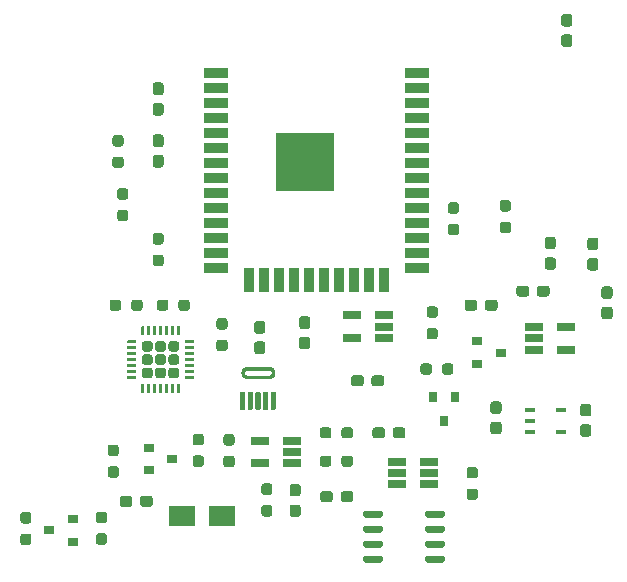
<source format=gbr>
%TF.GenerationSoftware,KiCad,Pcbnew,(5.1.10)-1*%
%TF.CreationDate,2022-02-13T15:16:36-05:00*%
%TF.ProjectId,wristband,77726973-7462-4616-9e64-2e6b69636164,rev?*%
%TF.SameCoordinates,Original*%
%TF.FileFunction,Paste,Top*%
%TF.FilePolarity,Positive*%
%FSLAX46Y46*%
G04 Gerber Fmt 4.6, Leading zero omitted, Abs format (unit mm)*
G04 Created by KiCad (PCBNEW (5.1.10)-1) date 2022-02-13 15:16:36*
%MOMM*%
%LPD*%
G01*
G04 APERTURE LIST*
%ADD10C,0.001000*%
%ADD11R,2.184400X1.651000*%
%ADD12R,0.800000X0.900000*%
%ADD13R,0.900000X0.800000*%
%ADD14R,5.000000X5.000000*%
%ADD15R,2.000000X0.900000*%
%ADD16R,0.900000X2.000000*%
%ADD17R,1.560000X0.650000*%
%ADD18R,0.914400X0.431800*%
G04 APERTURE END LIST*
D10*
%TO.C,P1*%
G36*
X105650000Y-98900000D02*
G01*
X105450000Y-98900000D01*
X105451000Y-98876000D01*
X105452000Y-98853000D01*
X105456000Y-98830000D01*
X105460000Y-98806000D01*
X105465000Y-98784000D01*
X105472000Y-98761000D01*
X105480000Y-98739000D01*
X105489000Y-98717000D01*
X105499000Y-98696000D01*
X105510000Y-98675000D01*
X105523000Y-98655000D01*
X105536000Y-98635000D01*
X105550000Y-98617000D01*
X105566000Y-98599000D01*
X105582000Y-98582000D01*
X105599000Y-98566000D01*
X105617000Y-98550000D01*
X105635000Y-98536000D01*
X105655000Y-98523000D01*
X105675000Y-98510000D01*
X105696000Y-98499000D01*
X105717000Y-98489000D01*
X105739000Y-98480000D01*
X105761000Y-98472000D01*
X105784000Y-98465000D01*
X105806000Y-98460000D01*
X105830000Y-98456000D01*
X105853000Y-98452000D01*
X105876000Y-98451000D01*
X105900000Y-98450000D01*
X107800000Y-98450000D01*
X107824000Y-98451000D01*
X107847000Y-98452000D01*
X107870000Y-98456000D01*
X107894000Y-98460000D01*
X107916000Y-98465000D01*
X107939000Y-98472000D01*
X107961000Y-98480000D01*
X107983000Y-98489000D01*
X108004000Y-98499000D01*
X108025000Y-98510000D01*
X108045000Y-98523000D01*
X108065000Y-98536000D01*
X108083000Y-98550000D01*
X108101000Y-98566000D01*
X108118000Y-98582000D01*
X108134000Y-98599000D01*
X108150000Y-98617000D01*
X108164000Y-98635000D01*
X108177000Y-98655000D01*
X108190000Y-98675000D01*
X108201000Y-98696000D01*
X108211000Y-98717000D01*
X108220000Y-98739000D01*
X108228000Y-98761000D01*
X108235000Y-98784000D01*
X108240000Y-98806000D01*
X108244000Y-98830000D01*
X108248000Y-98853000D01*
X108249000Y-98876000D01*
X108250000Y-98900000D01*
X108050000Y-98900000D01*
X108050000Y-98887000D01*
X108049000Y-98874000D01*
X108047000Y-98861000D01*
X108045000Y-98848000D01*
X108041000Y-98835000D01*
X108038000Y-98823000D01*
X108033000Y-98810000D01*
X108028000Y-98798000D01*
X108023000Y-98787000D01*
X108017000Y-98775000D01*
X108010000Y-98764000D01*
X108002000Y-98753000D01*
X107994000Y-98743000D01*
X107986000Y-98733000D01*
X107977000Y-98723000D01*
X107967000Y-98714000D01*
X107957000Y-98706000D01*
X107947000Y-98698000D01*
X107936000Y-98690000D01*
X107925000Y-98683000D01*
X107913000Y-98677000D01*
X107902000Y-98672000D01*
X107890000Y-98667000D01*
X107877000Y-98662000D01*
X107865000Y-98659000D01*
X107852000Y-98655000D01*
X107839000Y-98653000D01*
X107826000Y-98651000D01*
X107813000Y-98650000D01*
X107800000Y-98650000D01*
X105900000Y-98650000D01*
X105887000Y-98650000D01*
X105874000Y-98651000D01*
X105861000Y-98653000D01*
X105848000Y-98655000D01*
X105835000Y-98659000D01*
X105823000Y-98662000D01*
X105810000Y-98667000D01*
X105798000Y-98672000D01*
X105787000Y-98677000D01*
X105775000Y-98683000D01*
X105764000Y-98690000D01*
X105753000Y-98698000D01*
X105743000Y-98706000D01*
X105733000Y-98714000D01*
X105723000Y-98723000D01*
X105714000Y-98733000D01*
X105706000Y-98743000D01*
X105698000Y-98753000D01*
X105690000Y-98764000D01*
X105683000Y-98775000D01*
X105677000Y-98787000D01*
X105672000Y-98798000D01*
X105667000Y-98810000D01*
X105662000Y-98823000D01*
X105659000Y-98835000D01*
X105655000Y-98848000D01*
X105653000Y-98861000D01*
X105651000Y-98874000D01*
X105650000Y-98887000D01*
X105650000Y-98900000D01*
G37*
X105650000Y-98900000D02*
X105450000Y-98900000D01*
X105451000Y-98876000D01*
X105452000Y-98853000D01*
X105456000Y-98830000D01*
X105460000Y-98806000D01*
X105465000Y-98784000D01*
X105472000Y-98761000D01*
X105480000Y-98739000D01*
X105489000Y-98717000D01*
X105499000Y-98696000D01*
X105510000Y-98675000D01*
X105523000Y-98655000D01*
X105536000Y-98635000D01*
X105550000Y-98617000D01*
X105566000Y-98599000D01*
X105582000Y-98582000D01*
X105599000Y-98566000D01*
X105617000Y-98550000D01*
X105635000Y-98536000D01*
X105655000Y-98523000D01*
X105675000Y-98510000D01*
X105696000Y-98499000D01*
X105717000Y-98489000D01*
X105739000Y-98480000D01*
X105761000Y-98472000D01*
X105784000Y-98465000D01*
X105806000Y-98460000D01*
X105830000Y-98456000D01*
X105853000Y-98452000D01*
X105876000Y-98451000D01*
X105900000Y-98450000D01*
X107800000Y-98450000D01*
X107824000Y-98451000D01*
X107847000Y-98452000D01*
X107870000Y-98456000D01*
X107894000Y-98460000D01*
X107916000Y-98465000D01*
X107939000Y-98472000D01*
X107961000Y-98480000D01*
X107983000Y-98489000D01*
X108004000Y-98499000D01*
X108025000Y-98510000D01*
X108045000Y-98523000D01*
X108065000Y-98536000D01*
X108083000Y-98550000D01*
X108101000Y-98566000D01*
X108118000Y-98582000D01*
X108134000Y-98599000D01*
X108150000Y-98617000D01*
X108164000Y-98635000D01*
X108177000Y-98655000D01*
X108190000Y-98675000D01*
X108201000Y-98696000D01*
X108211000Y-98717000D01*
X108220000Y-98739000D01*
X108228000Y-98761000D01*
X108235000Y-98784000D01*
X108240000Y-98806000D01*
X108244000Y-98830000D01*
X108248000Y-98853000D01*
X108249000Y-98876000D01*
X108250000Y-98900000D01*
X108050000Y-98900000D01*
X108050000Y-98887000D01*
X108049000Y-98874000D01*
X108047000Y-98861000D01*
X108045000Y-98848000D01*
X108041000Y-98835000D01*
X108038000Y-98823000D01*
X108033000Y-98810000D01*
X108028000Y-98798000D01*
X108023000Y-98787000D01*
X108017000Y-98775000D01*
X108010000Y-98764000D01*
X108002000Y-98753000D01*
X107994000Y-98743000D01*
X107986000Y-98733000D01*
X107977000Y-98723000D01*
X107967000Y-98714000D01*
X107957000Y-98706000D01*
X107947000Y-98698000D01*
X107936000Y-98690000D01*
X107925000Y-98683000D01*
X107913000Y-98677000D01*
X107902000Y-98672000D01*
X107890000Y-98667000D01*
X107877000Y-98662000D01*
X107865000Y-98659000D01*
X107852000Y-98655000D01*
X107839000Y-98653000D01*
X107826000Y-98651000D01*
X107813000Y-98650000D01*
X107800000Y-98650000D01*
X105900000Y-98650000D01*
X105887000Y-98650000D01*
X105874000Y-98651000D01*
X105861000Y-98653000D01*
X105848000Y-98655000D01*
X105835000Y-98659000D01*
X105823000Y-98662000D01*
X105810000Y-98667000D01*
X105798000Y-98672000D01*
X105787000Y-98677000D01*
X105775000Y-98683000D01*
X105764000Y-98690000D01*
X105753000Y-98698000D01*
X105743000Y-98706000D01*
X105733000Y-98714000D01*
X105723000Y-98723000D01*
X105714000Y-98733000D01*
X105706000Y-98743000D01*
X105698000Y-98753000D01*
X105690000Y-98764000D01*
X105683000Y-98775000D01*
X105677000Y-98787000D01*
X105672000Y-98798000D01*
X105667000Y-98810000D01*
X105662000Y-98823000D01*
X105659000Y-98835000D01*
X105655000Y-98848000D01*
X105653000Y-98861000D01*
X105651000Y-98874000D01*
X105650000Y-98887000D01*
X105650000Y-98900000D01*
G36*
X108050000Y-98900000D02*
G01*
X108250000Y-98900000D01*
X108249000Y-98924000D01*
X108248000Y-98947000D01*
X108244000Y-98970000D01*
X108240000Y-98994000D01*
X108235000Y-99016000D01*
X108228000Y-99039000D01*
X108220000Y-99061000D01*
X108211000Y-99083000D01*
X108201000Y-99104000D01*
X108190000Y-99125000D01*
X108177000Y-99145000D01*
X108164000Y-99165000D01*
X108150000Y-99183000D01*
X108134000Y-99201000D01*
X108118000Y-99218000D01*
X108101000Y-99234000D01*
X108083000Y-99250000D01*
X108065000Y-99264000D01*
X108045000Y-99277000D01*
X108025000Y-99290000D01*
X108004000Y-99301000D01*
X107983000Y-99311000D01*
X107961000Y-99320000D01*
X107939000Y-99328000D01*
X107916000Y-99335000D01*
X107894000Y-99340000D01*
X107870000Y-99344000D01*
X107847000Y-99348000D01*
X107824000Y-99349000D01*
X107800000Y-99350000D01*
X105900000Y-99350000D01*
X105876000Y-99349000D01*
X105853000Y-99348000D01*
X105830000Y-99344000D01*
X105806000Y-99340000D01*
X105784000Y-99335000D01*
X105761000Y-99328000D01*
X105739000Y-99320000D01*
X105717000Y-99311000D01*
X105696000Y-99301000D01*
X105675000Y-99290000D01*
X105655000Y-99277000D01*
X105635000Y-99264000D01*
X105617000Y-99250000D01*
X105599000Y-99234000D01*
X105582000Y-99218000D01*
X105566000Y-99201000D01*
X105550000Y-99183000D01*
X105536000Y-99165000D01*
X105523000Y-99145000D01*
X105510000Y-99125000D01*
X105499000Y-99104000D01*
X105489000Y-99083000D01*
X105480000Y-99061000D01*
X105472000Y-99039000D01*
X105465000Y-99016000D01*
X105460000Y-98994000D01*
X105456000Y-98970000D01*
X105452000Y-98947000D01*
X105451000Y-98924000D01*
X105450000Y-98900000D01*
X105650000Y-98900000D01*
X105650000Y-98913000D01*
X105651000Y-98926000D01*
X105653000Y-98939000D01*
X105655000Y-98952000D01*
X105659000Y-98965000D01*
X105662000Y-98977000D01*
X105667000Y-98990000D01*
X105672000Y-99002000D01*
X105677000Y-99013000D01*
X105683000Y-99025000D01*
X105690000Y-99036000D01*
X105698000Y-99047000D01*
X105706000Y-99057000D01*
X105714000Y-99067000D01*
X105723000Y-99077000D01*
X105733000Y-99086000D01*
X105743000Y-99094000D01*
X105753000Y-99102000D01*
X105764000Y-99110000D01*
X105775000Y-99117000D01*
X105787000Y-99123000D01*
X105798000Y-99128000D01*
X105810000Y-99133000D01*
X105823000Y-99138000D01*
X105835000Y-99141000D01*
X105848000Y-99145000D01*
X105861000Y-99147000D01*
X105874000Y-99149000D01*
X105887000Y-99150000D01*
X105900000Y-99150000D01*
X107800000Y-99150000D01*
X107813000Y-99150000D01*
X107826000Y-99149000D01*
X107839000Y-99147000D01*
X107852000Y-99145000D01*
X107865000Y-99141000D01*
X107877000Y-99138000D01*
X107890000Y-99133000D01*
X107902000Y-99128000D01*
X107913000Y-99123000D01*
X107925000Y-99117000D01*
X107936000Y-99110000D01*
X107947000Y-99102000D01*
X107957000Y-99094000D01*
X107967000Y-99086000D01*
X107977000Y-99077000D01*
X107986000Y-99067000D01*
X107994000Y-99057000D01*
X108002000Y-99047000D01*
X108010000Y-99036000D01*
X108017000Y-99025000D01*
X108023000Y-99013000D01*
X108028000Y-99002000D01*
X108033000Y-98990000D01*
X108038000Y-98977000D01*
X108041000Y-98965000D01*
X108045000Y-98952000D01*
X108047000Y-98939000D01*
X108049000Y-98926000D01*
X108050000Y-98913000D01*
X108050000Y-98900000D01*
G37*
X108050000Y-98900000D02*
X108250000Y-98900000D01*
X108249000Y-98924000D01*
X108248000Y-98947000D01*
X108244000Y-98970000D01*
X108240000Y-98994000D01*
X108235000Y-99016000D01*
X108228000Y-99039000D01*
X108220000Y-99061000D01*
X108211000Y-99083000D01*
X108201000Y-99104000D01*
X108190000Y-99125000D01*
X108177000Y-99145000D01*
X108164000Y-99165000D01*
X108150000Y-99183000D01*
X108134000Y-99201000D01*
X108118000Y-99218000D01*
X108101000Y-99234000D01*
X108083000Y-99250000D01*
X108065000Y-99264000D01*
X108045000Y-99277000D01*
X108025000Y-99290000D01*
X108004000Y-99301000D01*
X107983000Y-99311000D01*
X107961000Y-99320000D01*
X107939000Y-99328000D01*
X107916000Y-99335000D01*
X107894000Y-99340000D01*
X107870000Y-99344000D01*
X107847000Y-99348000D01*
X107824000Y-99349000D01*
X107800000Y-99350000D01*
X105900000Y-99350000D01*
X105876000Y-99349000D01*
X105853000Y-99348000D01*
X105830000Y-99344000D01*
X105806000Y-99340000D01*
X105784000Y-99335000D01*
X105761000Y-99328000D01*
X105739000Y-99320000D01*
X105717000Y-99311000D01*
X105696000Y-99301000D01*
X105675000Y-99290000D01*
X105655000Y-99277000D01*
X105635000Y-99264000D01*
X105617000Y-99250000D01*
X105599000Y-99234000D01*
X105582000Y-99218000D01*
X105566000Y-99201000D01*
X105550000Y-99183000D01*
X105536000Y-99165000D01*
X105523000Y-99145000D01*
X105510000Y-99125000D01*
X105499000Y-99104000D01*
X105489000Y-99083000D01*
X105480000Y-99061000D01*
X105472000Y-99039000D01*
X105465000Y-99016000D01*
X105460000Y-98994000D01*
X105456000Y-98970000D01*
X105452000Y-98947000D01*
X105451000Y-98924000D01*
X105450000Y-98900000D01*
X105650000Y-98900000D01*
X105650000Y-98913000D01*
X105651000Y-98926000D01*
X105653000Y-98939000D01*
X105655000Y-98952000D01*
X105659000Y-98965000D01*
X105662000Y-98977000D01*
X105667000Y-98990000D01*
X105672000Y-99002000D01*
X105677000Y-99013000D01*
X105683000Y-99025000D01*
X105690000Y-99036000D01*
X105698000Y-99047000D01*
X105706000Y-99057000D01*
X105714000Y-99067000D01*
X105723000Y-99077000D01*
X105733000Y-99086000D01*
X105743000Y-99094000D01*
X105753000Y-99102000D01*
X105764000Y-99110000D01*
X105775000Y-99117000D01*
X105787000Y-99123000D01*
X105798000Y-99128000D01*
X105810000Y-99133000D01*
X105823000Y-99138000D01*
X105835000Y-99141000D01*
X105848000Y-99145000D01*
X105861000Y-99147000D01*
X105874000Y-99149000D01*
X105887000Y-99150000D01*
X105900000Y-99150000D01*
X107800000Y-99150000D01*
X107813000Y-99150000D01*
X107826000Y-99149000D01*
X107839000Y-99147000D01*
X107852000Y-99145000D01*
X107865000Y-99141000D01*
X107877000Y-99138000D01*
X107890000Y-99133000D01*
X107902000Y-99128000D01*
X107913000Y-99123000D01*
X107925000Y-99117000D01*
X107936000Y-99110000D01*
X107947000Y-99102000D01*
X107957000Y-99094000D01*
X107967000Y-99086000D01*
X107977000Y-99077000D01*
X107986000Y-99067000D01*
X107994000Y-99057000D01*
X108002000Y-99047000D01*
X108010000Y-99036000D01*
X108017000Y-99025000D01*
X108023000Y-99013000D01*
X108028000Y-99002000D01*
X108033000Y-98990000D01*
X108038000Y-98977000D01*
X108041000Y-98965000D01*
X108045000Y-98952000D01*
X108047000Y-98939000D01*
X108049000Y-98926000D01*
X108050000Y-98913000D01*
X108050000Y-98900000D01*
%TD*%
%TO.C,P1*%
G36*
G01*
X107925000Y-101982500D02*
X107925000Y-100617500D01*
G75*
G02*
X107992500Y-100550000I67500J0D01*
G01*
X108307500Y-100550000D01*
G75*
G02*
X108375000Y-100617500I0J-67500D01*
G01*
X108375000Y-101982500D01*
G75*
G02*
X108307500Y-102050000I-67500J0D01*
G01*
X107992500Y-102050000D01*
G75*
G02*
X107925000Y-101982500I0J67500D01*
G01*
G37*
G36*
G01*
X107275000Y-101982500D02*
X107275000Y-100617500D01*
G75*
G02*
X107342500Y-100550000I67500J0D01*
G01*
X107657500Y-100550000D01*
G75*
G02*
X107725000Y-100617500I0J-67500D01*
G01*
X107725000Y-101982500D01*
G75*
G02*
X107657500Y-102050000I-67500J0D01*
G01*
X107342500Y-102050000D01*
G75*
G02*
X107275000Y-101982500I0J67500D01*
G01*
G37*
G36*
G01*
X106625000Y-101982500D02*
X106625000Y-100617500D01*
G75*
G02*
X106692500Y-100550000I67500J0D01*
G01*
X107007500Y-100550000D01*
G75*
G02*
X107075000Y-100617500I0J-67500D01*
G01*
X107075000Y-101982500D01*
G75*
G02*
X107007500Y-102050000I-67500J0D01*
G01*
X106692500Y-102050000D01*
G75*
G02*
X106625000Y-101982500I0J67500D01*
G01*
G37*
G36*
G01*
X105975000Y-101982500D02*
X105975000Y-100617500D01*
G75*
G02*
X106042500Y-100550000I67500J0D01*
G01*
X106357500Y-100550000D01*
G75*
G02*
X106425000Y-100617500I0J-67500D01*
G01*
X106425000Y-101982500D01*
G75*
G02*
X106357500Y-102050000I-67500J0D01*
G01*
X106042500Y-102050000D01*
G75*
G02*
X105975000Y-101982500I0J67500D01*
G01*
G37*
G36*
G01*
X105325000Y-101982500D02*
X105325000Y-100617500D01*
G75*
G02*
X105392500Y-100550000I67500J0D01*
G01*
X105707500Y-100550000D01*
G75*
G02*
X105775000Y-100617500I0J-67500D01*
G01*
X105775000Y-101982500D01*
G75*
G02*
X105707500Y-102050000I-67500J0D01*
G01*
X105392500Y-102050000D01*
G75*
G02*
X105325000Y-101982500I0J67500D01*
G01*
G37*
%TD*%
%TO.C,F1*%
G36*
G01*
X131837500Y-88450000D02*
X131362500Y-88450000D01*
G75*
G02*
X131125000Y-88212500I0J237500D01*
G01*
X131125000Y-87637500D01*
G75*
G02*
X131362500Y-87400000I237500J0D01*
G01*
X131837500Y-87400000D01*
G75*
G02*
X132075000Y-87637500I0J-237500D01*
G01*
X132075000Y-88212500D01*
G75*
G02*
X131837500Y-88450000I-237500J0D01*
G01*
G37*
G36*
G01*
X131837500Y-90200000D02*
X131362500Y-90200000D01*
G75*
G02*
X131125000Y-89962500I0J237500D01*
G01*
X131125000Y-89387500D01*
G75*
G02*
X131362500Y-89150000I237500J0D01*
G01*
X131837500Y-89150000D01*
G75*
G02*
X132075000Y-89387500I0J-237500D01*
G01*
X132075000Y-89962500D01*
G75*
G02*
X131837500Y-90200000I-237500J0D01*
G01*
G37*
%TD*%
%TO.C,C1*%
G36*
G01*
X136637500Y-94400000D02*
X136162500Y-94400000D01*
G75*
G02*
X135925000Y-94162500I0J237500D01*
G01*
X135925000Y-93562500D01*
G75*
G02*
X136162500Y-93325000I237500J0D01*
G01*
X136637500Y-93325000D01*
G75*
G02*
X136875000Y-93562500I0J-237500D01*
G01*
X136875000Y-94162500D01*
G75*
G02*
X136637500Y-94400000I-237500J0D01*
G01*
G37*
G36*
G01*
X136637500Y-92675000D02*
X136162500Y-92675000D01*
G75*
G02*
X135925000Y-92437500I0J237500D01*
G01*
X135925000Y-91837500D01*
G75*
G02*
X136162500Y-91600000I237500J0D01*
G01*
X136637500Y-91600000D01*
G75*
G02*
X136875000Y-91837500I0J-237500D01*
G01*
X136875000Y-92437500D01*
G75*
G02*
X136637500Y-92675000I-237500J0D01*
G01*
G37*
%TD*%
%TO.C,C2*%
G36*
G01*
X98162500Y-80462500D02*
X98637500Y-80462500D01*
G75*
G02*
X98875000Y-80700000I0J-237500D01*
G01*
X98875000Y-81300000D01*
G75*
G02*
X98637500Y-81537500I-237500J0D01*
G01*
X98162500Y-81537500D01*
G75*
G02*
X97925000Y-81300000I0J237500D01*
G01*
X97925000Y-80700000D01*
G75*
G02*
X98162500Y-80462500I237500J0D01*
G01*
G37*
G36*
G01*
X98162500Y-78737500D02*
X98637500Y-78737500D01*
G75*
G02*
X98875000Y-78975000I0J-237500D01*
G01*
X98875000Y-79575000D01*
G75*
G02*
X98637500Y-79812500I-237500J0D01*
G01*
X98162500Y-79812500D01*
G75*
G02*
X97925000Y-79575000I0J237500D01*
G01*
X97925000Y-78975000D01*
G75*
G02*
X98162500Y-78737500I237500J0D01*
G01*
G37*
%TD*%
%TO.C,C3*%
G36*
G01*
X98162500Y-74337500D02*
X98637500Y-74337500D01*
G75*
G02*
X98875000Y-74575000I0J-237500D01*
G01*
X98875000Y-75175000D01*
G75*
G02*
X98637500Y-75412500I-237500J0D01*
G01*
X98162500Y-75412500D01*
G75*
G02*
X97925000Y-75175000I0J237500D01*
G01*
X97925000Y-74575000D01*
G75*
G02*
X98162500Y-74337500I237500J0D01*
G01*
G37*
G36*
G01*
X98162500Y-76062500D02*
X98637500Y-76062500D01*
G75*
G02*
X98875000Y-76300000I0J-237500D01*
G01*
X98875000Y-76900000D01*
G75*
G02*
X98637500Y-77137500I-237500J0D01*
G01*
X98162500Y-77137500D01*
G75*
G02*
X97925000Y-76900000I0J237500D01*
G01*
X97925000Y-76300000D01*
G75*
G02*
X98162500Y-76062500I237500J0D01*
G01*
G37*
%TD*%
%TO.C,C4*%
G36*
G01*
X107237500Y-97337500D02*
X106762500Y-97337500D01*
G75*
G02*
X106525000Y-97100000I0J237500D01*
G01*
X106525000Y-96500000D01*
G75*
G02*
X106762500Y-96262500I237500J0D01*
G01*
X107237500Y-96262500D01*
G75*
G02*
X107475000Y-96500000I0J-237500D01*
G01*
X107475000Y-97100000D01*
G75*
G02*
X107237500Y-97337500I-237500J0D01*
G01*
G37*
G36*
G01*
X107237500Y-95612500D02*
X106762500Y-95612500D01*
G75*
G02*
X106525000Y-95375000I0J237500D01*
G01*
X106525000Y-94775000D01*
G75*
G02*
X106762500Y-94537500I237500J0D01*
G01*
X107237500Y-94537500D01*
G75*
G02*
X107475000Y-94775000I0J-237500D01*
G01*
X107475000Y-95375000D01*
G75*
G02*
X107237500Y-95612500I-237500J0D01*
G01*
G37*
%TD*%
%TO.C,C5*%
G36*
G01*
X132762500Y-70262500D02*
X133237500Y-70262500D01*
G75*
G02*
X133475000Y-70500000I0J-237500D01*
G01*
X133475000Y-71100000D01*
G75*
G02*
X133237500Y-71337500I-237500J0D01*
G01*
X132762500Y-71337500D01*
G75*
G02*
X132525000Y-71100000I0J237500D01*
G01*
X132525000Y-70500000D01*
G75*
G02*
X132762500Y-70262500I237500J0D01*
G01*
G37*
G36*
G01*
X132762500Y-68537500D02*
X133237500Y-68537500D01*
G75*
G02*
X133475000Y-68775000I0J-237500D01*
G01*
X133475000Y-69375000D01*
G75*
G02*
X133237500Y-69612500I-237500J0D01*
G01*
X132762500Y-69612500D01*
G75*
G02*
X132525000Y-69375000I0J237500D01*
G01*
X132525000Y-68775000D01*
G75*
G02*
X132762500Y-68537500I237500J0D01*
G01*
G37*
%TD*%
%TO.C,C6*%
G36*
G01*
X118262500Y-104237500D02*
X118262500Y-103762500D01*
G75*
G02*
X118500000Y-103525000I237500J0D01*
G01*
X119100000Y-103525000D01*
G75*
G02*
X119337500Y-103762500I0J-237500D01*
G01*
X119337500Y-104237500D01*
G75*
G02*
X119100000Y-104475000I-237500J0D01*
G01*
X118500000Y-104475000D01*
G75*
G02*
X118262500Y-104237500I0J237500D01*
G01*
G37*
G36*
G01*
X116537500Y-104237500D02*
X116537500Y-103762500D01*
G75*
G02*
X116775000Y-103525000I237500J0D01*
G01*
X117375000Y-103525000D01*
G75*
G02*
X117612500Y-103762500I0J-237500D01*
G01*
X117612500Y-104237500D01*
G75*
G02*
X117375000Y-104475000I-237500J0D01*
G01*
X116775000Y-104475000D01*
G75*
G02*
X116537500Y-104237500I0J237500D01*
G01*
G37*
%TD*%
%TO.C,C7*%
G36*
G01*
X117537500Y-99362500D02*
X117537500Y-99837500D01*
G75*
G02*
X117300000Y-100075000I-237500J0D01*
G01*
X116700000Y-100075000D01*
G75*
G02*
X116462500Y-99837500I0J237500D01*
G01*
X116462500Y-99362500D01*
G75*
G02*
X116700000Y-99125000I237500J0D01*
G01*
X117300000Y-99125000D01*
G75*
G02*
X117537500Y-99362500I0J-237500D01*
G01*
G37*
G36*
G01*
X115812500Y-99362500D02*
X115812500Y-99837500D01*
G75*
G02*
X115575000Y-100075000I-237500J0D01*
G01*
X114975000Y-100075000D01*
G75*
G02*
X114737500Y-99837500I0J237500D01*
G01*
X114737500Y-99362500D01*
G75*
G02*
X114975000Y-99125000I237500J0D01*
G01*
X115575000Y-99125000D01*
G75*
G02*
X115812500Y-99362500I0J-237500D01*
G01*
G37*
%TD*%
%TO.C,C8*%
G36*
G01*
X127137500Y-92962500D02*
X127137500Y-93437500D01*
G75*
G02*
X126900000Y-93675000I-237500J0D01*
G01*
X126300000Y-93675000D01*
G75*
G02*
X126062500Y-93437500I0J237500D01*
G01*
X126062500Y-92962500D01*
G75*
G02*
X126300000Y-92725000I237500J0D01*
G01*
X126900000Y-92725000D01*
G75*
G02*
X127137500Y-92962500I0J-237500D01*
G01*
G37*
G36*
G01*
X125412500Y-92962500D02*
X125412500Y-93437500D01*
G75*
G02*
X125175000Y-93675000I-237500J0D01*
G01*
X124575000Y-93675000D01*
G75*
G02*
X124337500Y-93437500I0J237500D01*
G01*
X124337500Y-92962500D01*
G75*
G02*
X124575000Y-92725000I237500J0D01*
G01*
X125175000Y-92725000D01*
G75*
G02*
X125412500Y-92962500I0J-237500D01*
G01*
G37*
%TD*%
%TO.C,C9*%
G36*
G01*
X131537500Y-91762500D02*
X131537500Y-92237500D01*
G75*
G02*
X131300000Y-92475000I-237500J0D01*
G01*
X130700000Y-92475000D01*
G75*
G02*
X130462500Y-92237500I0J237500D01*
G01*
X130462500Y-91762500D01*
G75*
G02*
X130700000Y-91525000I237500J0D01*
G01*
X131300000Y-91525000D01*
G75*
G02*
X131537500Y-91762500I0J-237500D01*
G01*
G37*
G36*
G01*
X129812500Y-91762500D02*
X129812500Y-92237500D01*
G75*
G02*
X129575000Y-92475000I-237500J0D01*
G01*
X128975000Y-92475000D01*
G75*
G02*
X128737500Y-92237500I0J237500D01*
G01*
X128737500Y-91762500D01*
G75*
G02*
X128975000Y-91525000I237500J0D01*
G01*
X129575000Y-91525000D01*
G75*
G02*
X129812500Y-91762500I0J-237500D01*
G01*
G37*
%TD*%
%TO.C,C10*%
G36*
G01*
X135437500Y-88537500D02*
X134962500Y-88537500D01*
G75*
G02*
X134725000Y-88300000I0J237500D01*
G01*
X134725000Y-87700000D01*
G75*
G02*
X134962500Y-87462500I237500J0D01*
G01*
X135437500Y-87462500D01*
G75*
G02*
X135675000Y-87700000I0J-237500D01*
G01*
X135675000Y-88300000D01*
G75*
G02*
X135437500Y-88537500I-237500J0D01*
G01*
G37*
G36*
G01*
X135437500Y-90262500D02*
X134962500Y-90262500D01*
G75*
G02*
X134725000Y-90025000I0J237500D01*
G01*
X134725000Y-89425000D01*
G75*
G02*
X134962500Y-89187500I237500J0D01*
G01*
X135437500Y-89187500D01*
G75*
G02*
X135675000Y-89425000I0J-237500D01*
G01*
X135675000Y-90025000D01*
G75*
G02*
X135437500Y-90262500I-237500J0D01*
G01*
G37*
%TD*%
%TO.C,C11*%
G36*
G01*
X126762500Y-103062500D02*
X127237500Y-103062500D01*
G75*
G02*
X127475000Y-103300000I0J-237500D01*
G01*
X127475000Y-103900000D01*
G75*
G02*
X127237500Y-104137500I-237500J0D01*
G01*
X126762500Y-104137500D01*
G75*
G02*
X126525000Y-103900000I0J237500D01*
G01*
X126525000Y-103300000D01*
G75*
G02*
X126762500Y-103062500I237500J0D01*
G01*
G37*
G36*
G01*
X126762500Y-101337500D02*
X127237500Y-101337500D01*
G75*
G02*
X127475000Y-101575000I0J-237500D01*
G01*
X127475000Y-102175000D01*
G75*
G02*
X127237500Y-102412500I-237500J0D01*
G01*
X126762500Y-102412500D01*
G75*
G02*
X126525000Y-102175000I0J237500D01*
G01*
X126525000Y-101575000D01*
G75*
G02*
X126762500Y-101337500I237500J0D01*
G01*
G37*
%TD*%
%TO.C,C12*%
G36*
G01*
X134362500Y-103262500D02*
X134837500Y-103262500D01*
G75*
G02*
X135075000Y-103500000I0J-237500D01*
G01*
X135075000Y-104100000D01*
G75*
G02*
X134837500Y-104337500I-237500J0D01*
G01*
X134362500Y-104337500D01*
G75*
G02*
X134125000Y-104100000I0J237500D01*
G01*
X134125000Y-103500000D01*
G75*
G02*
X134362500Y-103262500I237500J0D01*
G01*
G37*
G36*
G01*
X134362500Y-101537500D02*
X134837500Y-101537500D01*
G75*
G02*
X135075000Y-101775000I0J-237500D01*
G01*
X135075000Y-102375000D01*
G75*
G02*
X134837500Y-102612500I-237500J0D01*
G01*
X134362500Y-102612500D01*
G75*
G02*
X134125000Y-102375000I0J237500D01*
G01*
X134125000Y-101775000D01*
G75*
G02*
X134362500Y-101537500I237500J0D01*
G01*
G37*
%TD*%
%TO.C,C13*%
G36*
G01*
X111037500Y-95212500D02*
X110562500Y-95212500D01*
G75*
G02*
X110325000Y-94975000I0J237500D01*
G01*
X110325000Y-94375000D01*
G75*
G02*
X110562500Y-94137500I237500J0D01*
G01*
X111037500Y-94137500D01*
G75*
G02*
X111275000Y-94375000I0J-237500D01*
G01*
X111275000Y-94975000D01*
G75*
G02*
X111037500Y-95212500I-237500J0D01*
G01*
G37*
G36*
G01*
X111037500Y-96937500D02*
X110562500Y-96937500D01*
G75*
G02*
X110325000Y-96700000I0J237500D01*
G01*
X110325000Y-96100000D01*
G75*
G02*
X110562500Y-95862500I237500J0D01*
G01*
X111037500Y-95862500D01*
G75*
G02*
X111275000Y-96100000I0J-237500D01*
G01*
X111275000Y-96700000D01*
G75*
G02*
X111037500Y-96937500I-237500J0D01*
G01*
G37*
%TD*%
%TO.C,C14*%
G36*
G01*
X97937500Y-109562500D02*
X97937500Y-110037500D01*
G75*
G02*
X97700000Y-110275000I-237500J0D01*
G01*
X97100000Y-110275000D01*
G75*
G02*
X96862500Y-110037500I0J237500D01*
G01*
X96862500Y-109562500D01*
G75*
G02*
X97100000Y-109325000I237500J0D01*
G01*
X97700000Y-109325000D01*
G75*
G02*
X97937500Y-109562500I0J-237500D01*
G01*
G37*
G36*
G01*
X96212500Y-109562500D02*
X96212500Y-110037500D01*
G75*
G02*
X95975000Y-110275000I-237500J0D01*
G01*
X95375000Y-110275000D01*
G75*
G02*
X95137500Y-110037500I0J237500D01*
G01*
X95137500Y-109562500D01*
G75*
G02*
X95375000Y-109325000I237500J0D01*
G01*
X95975000Y-109325000D01*
G75*
G02*
X96212500Y-109562500I0J-237500D01*
G01*
G37*
%TD*%
D11*
%TO.C,D1*%
X103800000Y-111000000D03*
X100396400Y-111000000D03*
%TD*%
%TO.C,D2*%
G36*
G01*
X112125000Y-109637500D02*
X112125000Y-109162500D01*
G75*
G02*
X112362500Y-108925000I237500J0D01*
G01*
X112937500Y-108925000D01*
G75*
G02*
X113175000Y-109162500I0J-237500D01*
G01*
X113175000Y-109637500D01*
G75*
G02*
X112937500Y-109875000I-237500J0D01*
G01*
X112362500Y-109875000D01*
G75*
G02*
X112125000Y-109637500I0J237500D01*
G01*
G37*
G36*
G01*
X113875000Y-109637500D02*
X113875000Y-109162500D01*
G75*
G02*
X114112500Y-108925000I237500J0D01*
G01*
X114687500Y-108925000D01*
G75*
G02*
X114925000Y-109162500I0J-237500D01*
G01*
X114925000Y-109637500D01*
G75*
G02*
X114687500Y-109875000I-237500J0D01*
G01*
X114112500Y-109875000D01*
G75*
G02*
X113875000Y-109637500I0J237500D01*
G01*
G37*
%TD*%
%TO.C,D3*%
G36*
G01*
X109762500Y-110075000D02*
X110237500Y-110075000D01*
G75*
G02*
X110475000Y-110312500I0J-237500D01*
G01*
X110475000Y-110887500D01*
G75*
G02*
X110237500Y-111125000I-237500J0D01*
G01*
X109762500Y-111125000D01*
G75*
G02*
X109525000Y-110887500I0J237500D01*
G01*
X109525000Y-110312500D01*
G75*
G02*
X109762500Y-110075000I237500J0D01*
G01*
G37*
G36*
G01*
X109762500Y-108325000D02*
X110237500Y-108325000D01*
G75*
G02*
X110475000Y-108562500I0J-237500D01*
G01*
X110475000Y-109137500D01*
G75*
G02*
X110237500Y-109375000I-237500J0D01*
G01*
X109762500Y-109375000D01*
G75*
G02*
X109525000Y-109137500I0J237500D01*
G01*
X109525000Y-108562500D01*
G75*
G02*
X109762500Y-108325000I237500J0D01*
G01*
G37*
%TD*%
D12*
%TO.C,Q1*%
X122600000Y-103000000D03*
X121650000Y-101000000D03*
X123550000Y-101000000D03*
%TD*%
D13*
%TO.C,Q2*%
X125400000Y-96250000D03*
X125400000Y-98150000D03*
X127400000Y-97200000D03*
%TD*%
%TO.C,Q3*%
X91200000Y-113200000D03*
X91200000Y-111300000D03*
X89200000Y-112250000D03*
%TD*%
%TO.C,Q4*%
X99600000Y-106200000D03*
X97600000Y-107150000D03*
X97600000Y-105250000D03*
%TD*%
%TO.C,R1*%
G36*
G01*
X123162500Y-84487500D02*
X123637500Y-84487500D01*
G75*
G02*
X123875000Y-84725000I0J-237500D01*
G01*
X123875000Y-85225000D01*
G75*
G02*
X123637500Y-85462500I-237500J0D01*
G01*
X123162500Y-85462500D01*
G75*
G02*
X122925000Y-85225000I0J237500D01*
G01*
X122925000Y-84725000D01*
G75*
G02*
X123162500Y-84487500I237500J0D01*
G01*
G37*
G36*
G01*
X123162500Y-86312500D02*
X123637500Y-86312500D01*
G75*
G02*
X123875000Y-86550000I0J-237500D01*
G01*
X123875000Y-87050000D01*
G75*
G02*
X123637500Y-87287500I-237500J0D01*
G01*
X123162500Y-87287500D01*
G75*
G02*
X122925000Y-87050000I0J237500D01*
G01*
X122925000Y-86550000D01*
G75*
G02*
X123162500Y-86312500I237500J0D01*
G01*
G37*
%TD*%
%TO.C,R2*%
G36*
G01*
X97087500Y-92962500D02*
X97087500Y-93437500D01*
G75*
G02*
X96850000Y-93675000I-237500J0D01*
G01*
X96350000Y-93675000D01*
G75*
G02*
X96112500Y-93437500I0J237500D01*
G01*
X96112500Y-92962500D01*
G75*
G02*
X96350000Y-92725000I237500J0D01*
G01*
X96850000Y-92725000D01*
G75*
G02*
X97087500Y-92962500I0J-237500D01*
G01*
G37*
G36*
G01*
X95262500Y-92962500D02*
X95262500Y-93437500D01*
G75*
G02*
X95025000Y-93675000I-237500J0D01*
G01*
X94525000Y-93675000D01*
G75*
G02*
X94287500Y-93437500I0J237500D01*
G01*
X94287500Y-92962500D01*
G75*
G02*
X94525000Y-92725000I237500J0D01*
G01*
X95025000Y-92725000D01*
G75*
G02*
X95262500Y-92962500I0J-237500D01*
G01*
G37*
%TD*%
%TO.C,R3*%
G36*
G01*
X99262500Y-92962500D02*
X99262500Y-93437500D01*
G75*
G02*
X99025000Y-93675000I-237500J0D01*
G01*
X98525000Y-93675000D01*
G75*
G02*
X98287500Y-93437500I0J237500D01*
G01*
X98287500Y-92962500D01*
G75*
G02*
X98525000Y-92725000I237500J0D01*
G01*
X99025000Y-92725000D01*
G75*
G02*
X99262500Y-92962500I0J-237500D01*
G01*
G37*
G36*
G01*
X101087500Y-92962500D02*
X101087500Y-93437500D01*
G75*
G02*
X100850000Y-93675000I-237500J0D01*
G01*
X100350000Y-93675000D01*
G75*
G02*
X100112500Y-93437500I0J237500D01*
G01*
X100112500Y-92962500D01*
G75*
G02*
X100350000Y-92725000I237500J0D01*
G01*
X100850000Y-92725000D01*
G75*
G02*
X101087500Y-92962500I0J-237500D01*
G01*
G37*
%TD*%
%TO.C,R4*%
G36*
G01*
X103562500Y-96112500D02*
X104037500Y-96112500D01*
G75*
G02*
X104275000Y-96350000I0J-237500D01*
G01*
X104275000Y-96850000D01*
G75*
G02*
X104037500Y-97087500I-237500J0D01*
G01*
X103562500Y-97087500D01*
G75*
G02*
X103325000Y-96850000I0J237500D01*
G01*
X103325000Y-96350000D01*
G75*
G02*
X103562500Y-96112500I237500J0D01*
G01*
G37*
G36*
G01*
X103562500Y-94287500D02*
X104037500Y-94287500D01*
G75*
G02*
X104275000Y-94525000I0J-237500D01*
G01*
X104275000Y-95025000D01*
G75*
G02*
X104037500Y-95262500I-237500J0D01*
G01*
X103562500Y-95262500D01*
G75*
G02*
X103325000Y-95025000I0J237500D01*
G01*
X103325000Y-94525000D01*
G75*
G02*
X103562500Y-94287500I237500J0D01*
G01*
G37*
%TD*%
%TO.C,R5*%
G36*
G01*
X121837500Y-96087500D02*
X121362500Y-96087500D01*
G75*
G02*
X121125000Y-95850000I0J237500D01*
G01*
X121125000Y-95350000D01*
G75*
G02*
X121362500Y-95112500I237500J0D01*
G01*
X121837500Y-95112500D01*
G75*
G02*
X122075000Y-95350000I0J-237500D01*
G01*
X122075000Y-95850000D01*
G75*
G02*
X121837500Y-96087500I-237500J0D01*
G01*
G37*
G36*
G01*
X121837500Y-94262500D02*
X121362500Y-94262500D01*
G75*
G02*
X121125000Y-94025000I0J237500D01*
G01*
X121125000Y-93525000D01*
G75*
G02*
X121362500Y-93287500I237500J0D01*
G01*
X121837500Y-93287500D01*
G75*
G02*
X122075000Y-93525000I0J-237500D01*
G01*
X122075000Y-94025000D01*
G75*
G02*
X121837500Y-94262500I-237500J0D01*
G01*
G37*
%TD*%
%TO.C,R6*%
G36*
G01*
X122425000Y-98837500D02*
X122425000Y-98362500D01*
G75*
G02*
X122662500Y-98125000I237500J0D01*
G01*
X123162500Y-98125000D01*
G75*
G02*
X123400000Y-98362500I0J-237500D01*
G01*
X123400000Y-98837500D01*
G75*
G02*
X123162500Y-99075000I-237500J0D01*
G01*
X122662500Y-99075000D01*
G75*
G02*
X122425000Y-98837500I0J237500D01*
G01*
G37*
G36*
G01*
X120600000Y-98837500D02*
X120600000Y-98362500D01*
G75*
G02*
X120837500Y-98125000I237500J0D01*
G01*
X121337500Y-98125000D01*
G75*
G02*
X121575000Y-98362500I0J-237500D01*
G01*
X121575000Y-98837500D01*
G75*
G02*
X121337500Y-99075000I-237500J0D01*
G01*
X120837500Y-99075000D01*
G75*
G02*
X120600000Y-98837500I0J237500D01*
G01*
G37*
%TD*%
%TO.C,R7*%
G36*
G01*
X102037500Y-106887500D02*
X101562500Y-106887500D01*
G75*
G02*
X101325000Y-106650000I0J237500D01*
G01*
X101325000Y-106150000D01*
G75*
G02*
X101562500Y-105912500I237500J0D01*
G01*
X102037500Y-105912500D01*
G75*
G02*
X102275000Y-106150000I0J-237500D01*
G01*
X102275000Y-106650000D01*
G75*
G02*
X102037500Y-106887500I-237500J0D01*
G01*
G37*
G36*
G01*
X102037500Y-105062500D02*
X101562500Y-105062500D01*
G75*
G02*
X101325000Y-104825000I0J237500D01*
G01*
X101325000Y-104325000D01*
G75*
G02*
X101562500Y-104087500I237500J0D01*
G01*
X102037500Y-104087500D01*
G75*
G02*
X102275000Y-104325000I0J-237500D01*
G01*
X102275000Y-104825000D01*
G75*
G02*
X102037500Y-105062500I-237500J0D01*
G01*
G37*
%TD*%
%TO.C,R8*%
G36*
G01*
X104637500Y-106912500D02*
X104162500Y-106912500D01*
G75*
G02*
X103925000Y-106675000I0J237500D01*
G01*
X103925000Y-106175000D01*
G75*
G02*
X104162500Y-105937500I237500J0D01*
G01*
X104637500Y-105937500D01*
G75*
G02*
X104875000Y-106175000I0J-237500D01*
G01*
X104875000Y-106675000D01*
G75*
G02*
X104637500Y-106912500I-237500J0D01*
G01*
G37*
G36*
G01*
X104637500Y-105087500D02*
X104162500Y-105087500D01*
G75*
G02*
X103925000Y-104850000I0J237500D01*
G01*
X103925000Y-104350000D01*
G75*
G02*
X104162500Y-104112500I237500J0D01*
G01*
X104637500Y-104112500D01*
G75*
G02*
X104875000Y-104350000I0J-237500D01*
G01*
X104875000Y-104850000D01*
G75*
G02*
X104637500Y-105087500I-237500J0D01*
G01*
G37*
%TD*%
%TO.C,R9*%
G36*
G01*
X112087500Y-106637500D02*
X112087500Y-106162500D01*
G75*
G02*
X112325000Y-105925000I237500J0D01*
G01*
X112825000Y-105925000D01*
G75*
G02*
X113062500Y-106162500I0J-237500D01*
G01*
X113062500Y-106637500D01*
G75*
G02*
X112825000Y-106875000I-237500J0D01*
G01*
X112325000Y-106875000D01*
G75*
G02*
X112087500Y-106637500I0J237500D01*
G01*
G37*
G36*
G01*
X113912500Y-106637500D02*
X113912500Y-106162500D01*
G75*
G02*
X114150000Y-105925000I237500J0D01*
G01*
X114650000Y-105925000D01*
G75*
G02*
X114887500Y-106162500I0J-237500D01*
G01*
X114887500Y-106637500D01*
G75*
G02*
X114650000Y-106875000I-237500J0D01*
G01*
X114150000Y-106875000D01*
G75*
G02*
X113912500Y-106637500I0J237500D01*
G01*
G37*
%TD*%
%TO.C,R10*%
G36*
G01*
X107362500Y-110112500D02*
X107837500Y-110112500D01*
G75*
G02*
X108075000Y-110350000I0J-237500D01*
G01*
X108075000Y-110850000D01*
G75*
G02*
X107837500Y-111087500I-237500J0D01*
G01*
X107362500Y-111087500D01*
G75*
G02*
X107125000Y-110850000I0J237500D01*
G01*
X107125000Y-110350000D01*
G75*
G02*
X107362500Y-110112500I237500J0D01*
G01*
G37*
G36*
G01*
X107362500Y-108287500D02*
X107837500Y-108287500D01*
G75*
G02*
X108075000Y-108525000I0J-237500D01*
G01*
X108075000Y-109025000D01*
G75*
G02*
X107837500Y-109262500I-237500J0D01*
G01*
X107362500Y-109262500D01*
G75*
G02*
X107125000Y-109025000I0J237500D01*
G01*
X107125000Y-108525000D01*
G75*
G02*
X107362500Y-108287500I237500J0D01*
G01*
G37*
%TD*%
%TO.C,R11*%
G36*
G01*
X95162500Y-85112500D02*
X95637500Y-85112500D01*
G75*
G02*
X95875000Y-85350000I0J-237500D01*
G01*
X95875000Y-85850000D01*
G75*
G02*
X95637500Y-86087500I-237500J0D01*
G01*
X95162500Y-86087500D01*
G75*
G02*
X94925000Y-85850000I0J237500D01*
G01*
X94925000Y-85350000D01*
G75*
G02*
X95162500Y-85112500I237500J0D01*
G01*
G37*
G36*
G01*
X95162500Y-83287500D02*
X95637500Y-83287500D01*
G75*
G02*
X95875000Y-83525000I0J-237500D01*
G01*
X95875000Y-84025000D01*
G75*
G02*
X95637500Y-84262500I-237500J0D01*
G01*
X95162500Y-84262500D01*
G75*
G02*
X94925000Y-84025000I0J237500D01*
G01*
X94925000Y-83525000D01*
G75*
G02*
X95162500Y-83287500I237500J0D01*
G01*
G37*
%TD*%
%TO.C,R12*%
G36*
G01*
X98637500Y-88062500D02*
X98162500Y-88062500D01*
G75*
G02*
X97925000Y-87825000I0J237500D01*
G01*
X97925000Y-87325000D01*
G75*
G02*
X98162500Y-87087500I237500J0D01*
G01*
X98637500Y-87087500D01*
G75*
G02*
X98875000Y-87325000I0J-237500D01*
G01*
X98875000Y-87825000D01*
G75*
G02*
X98637500Y-88062500I-237500J0D01*
G01*
G37*
G36*
G01*
X98637500Y-89887500D02*
X98162500Y-89887500D01*
G75*
G02*
X97925000Y-89650000I0J237500D01*
G01*
X97925000Y-89150000D01*
G75*
G02*
X98162500Y-88912500I237500J0D01*
G01*
X98637500Y-88912500D01*
G75*
G02*
X98875000Y-89150000I0J-237500D01*
G01*
X98875000Y-89650000D01*
G75*
G02*
X98637500Y-89887500I-237500J0D01*
G01*
G37*
%TD*%
%TO.C,R13*%
G36*
G01*
X95237500Y-81587500D02*
X94762500Y-81587500D01*
G75*
G02*
X94525000Y-81350000I0J237500D01*
G01*
X94525000Y-80850000D01*
G75*
G02*
X94762500Y-80612500I237500J0D01*
G01*
X95237500Y-80612500D01*
G75*
G02*
X95475000Y-80850000I0J-237500D01*
G01*
X95475000Y-81350000D01*
G75*
G02*
X95237500Y-81587500I-237500J0D01*
G01*
G37*
G36*
G01*
X95237500Y-79762500D02*
X94762500Y-79762500D01*
G75*
G02*
X94525000Y-79525000I0J237500D01*
G01*
X94525000Y-79025000D01*
G75*
G02*
X94762500Y-78787500I237500J0D01*
G01*
X95237500Y-78787500D01*
G75*
G02*
X95475000Y-79025000I0J-237500D01*
G01*
X95475000Y-79525000D01*
G75*
G02*
X95237500Y-79762500I-237500J0D01*
G01*
G37*
%TD*%
%TO.C,R14*%
G36*
G01*
X93837500Y-113487500D02*
X93362500Y-113487500D01*
G75*
G02*
X93125000Y-113250000I0J237500D01*
G01*
X93125000Y-112750000D01*
G75*
G02*
X93362500Y-112512500I237500J0D01*
G01*
X93837500Y-112512500D01*
G75*
G02*
X94075000Y-112750000I0J-237500D01*
G01*
X94075000Y-113250000D01*
G75*
G02*
X93837500Y-113487500I-237500J0D01*
G01*
G37*
G36*
G01*
X93837500Y-111662500D02*
X93362500Y-111662500D01*
G75*
G02*
X93125000Y-111425000I0J237500D01*
G01*
X93125000Y-110925000D01*
G75*
G02*
X93362500Y-110687500I237500J0D01*
G01*
X93837500Y-110687500D01*
G75*
G02*
X94075000Y-110925000I0J-237500D01*
G01*
X94075000Y-111425000D01*
G75*
G02*
X93837500Y-111662500I-237500J0D01*
G01*
G37*
%TD*%
%TO.C,R15*%
G36*
G01*
X94362500Y-106825000D02*
X94837500Y-106825000D01*
G75*
G02*
X95075000Y-107062500I0J-237500D01*
G01*
X95075000Y-107562500D01*
G75*
G02*
X94837500Y-107800000I-237500J0D01*
G01*
X94362500Y-107800000D01*
G75*
G02*
X94125000Y-107562500I0J237500D01*
G01*
X94125000Y-107062500D01*
G75*
G02*
X94362500Y-106825000I237500J0D01*
G01*
G37*
G36*
G01*
X94362500Y-105000000D02*
X94837500Y-105000000D01*
G75*
G02*
X95075000Y-105237500I0J-237500D01*
G01*
X95075000Y-105737500D01*
G75*
G02*
X94837500Y-105975000I-237500J0D01*
G01*
X94362500Y-105975000D01*
G75*
G02*
X94125000Y-105737500I0J237500D01*
G01*
X94125000Y-105237500D01*
G75*
G02*
X94362500Y-105000000I237500J0D01*
G01*
G37*
%TD*%
%TO.C,R16*%
G36*
G01*
X86962500Y-110712500D02*
X87437500Y-110712500D01*
G75*
G02*
X87675000Y-110950000I0J-237500D01*
G01*
X87675000Y-111450000D01*
G75*
G02*
X87437500Y-111687500I-237500J0D01*
G01*
X86962500Y-111687500D01*
G75*
G02*
X86725000Y-111450000I0J237500D01*
G01*
X86725000Y-110950000D01*
G75*
G02*
X86962500Y-110712500I237500J0D01*
G01*
G37*
G36*
G01*
X86962500Y-112537500D02*
X87437500Y-112537500D01*
G75*
G02*
X87675000Y-112775000I0J-237500D01*
G01*
X87675000Y-113275000D01*
G75*
G02*
X87437500Y-113512500I-237500J0D01*
G01*
X86962500Y-113512500D01*
G75*
G02*
X86725000Y-113275000I0J237500D01*
G01*
X86725000Y-112775000D01*
G75*
G02*
X86962500Y-112537500I237500J0D01*
G01*
G37*
%TD*%
%TO.C,R17*%
G36*
G01*
X128037500Y-85262500D02*
X127562500Y-85262500D01*
G75*
G02*
X127325000Y-85025000I0J237500D01*
G01*
X127325000Y-84525000D01*
G75*
G02*
X127562500Y-84287500I237500J0D01*
G01*
X128037500Y-84287500D01*
G75*
G02*
X128275000Y-84525000I0J-237500D01*
G01*
X128275000Y-85025000D01*
G75*
G02*
X128037500Y-85262500I-237500J0D01*
G01*
G37*
G36*
G01*
X128037500Y-87087500D02*
X127562500Y-87087500D01*
G75*
G02*
X127325000Y-86850000I0J237500D01*
G01*
X127325000Y-86350000D01*
G75*
G02*
X127562500Y-86112500I237500J0D01*
G01*
X128037500Y-86112500D01*
G75*
G02*
X128275000Y-86350000I0J-237500D01*
G01*
X128275000Y-86850000D01*
G75*
G02*
X128037500Y-87087500I-237500J0D01*
G01*
G37*
%TD*%
%TO.C,R18*%
G36*
G01*
X125237500Y-107862500D02*
X124762500Y-107862500D01*
G75*
G02*
X124525000Y-107625000I0J237500D01*
G01*
X124525000Y-107125000D01*
G75*
G02*
X124762500Y-106887500I237500J0D01*
G01*
X125237500Y-106887500D01*
G75*
G02*
X125475000Y-107125000I0J-237500D01*
G01*
X125475000Y-107625000D01*
G75*
G02*
X125237500Y-107862500I-237500J0D01*
G01*
G37*
G36*
G01*
X125237500Y-109687500D02*
X124762500Y-109687500D01*
G75*
G02*
X124525000Y-109450000I0J237500D01*
G01*
X124525000Y-108950000D01*
G75*
G02*
X124762500Y-108712500I237500J0D01*
G01*
X125237500Y-108712500D01*
G75*
G02*
X125475000Y-108950000I0J-237500D01*
G01*
X125475000Y-109450000D01*
G75*
G02*
X125237500Y-109687500I-237500J0D01*
G01*
G37*
%TD*%
%TO.C,R19*%
G36*
G01*
X112087500Y-104237500D02*
X112087500Y-103762500D01*
G75*
G02*
X112325000Y-103525000I237500J0D01*
G01*
X112825000Y-103525000D01*
G75*
G02*
X113062500Y-103762500I0J-237500D01*
G01*
X113062500Y-104237500D01*
G75*
G02*
X112825000Y-104475000I-237500J0D01*
G01*
X112325000Y-104475000D01*
G75*
G02*
X112087500Y-104237500I0J237500D01*
G01*
G37*
G36*
G01*
X113912500Y-104237500D02*
X113912500Y-103762500D01*
G75*
G02*
X114150000Y-103525000I237500J0D01*
G01*
X114650000Y-103525000D01*
G75*
G02*
X114887500Y-103762500I0J-237500D01*
G01*
X114887500Y-104237500D01*
G75*
G02*
X114650000Y-104475000I-237500J0D01*
G01*
X114150000Y-104475000D01*
G75*
G02*
X113912500Y-104237500I0J237500D01*
G01*
G37*
%TD*%
D14*
%TO.C,U1*%
X110800000Y-81045000D03*
D15*
X103300000Y-73545000D03*
X103300000Y-74815000D03*
X103300000Y-76085000D03*
X103300000Y-77355000D03*
X103300000Y-78625000D03*
X103300000Y-79895000D03*
X103300000Y-81165000D03*
X103300000Y-82435000D03*
X103300000Y-83705000D03*
X103300000Y-84975000D03*
X103300000Y-86245000D03*
X103300000Y-87515000D03*
X103300000Y-88785000D03*
X103300000Y-90055000D03*
D16*
X106085000Y-91055000D03*
X107355000Y-91055000D03*
X108625000Y-91055000D03*
X109895000Y-91055000D03*
X111165000Y-91055000D03*
X112435000Y-91055000D03*
X113705000Y-91055000D03*
X114975000Y-91055000D03*
X116245000Y-91055000D03*
X117515000Y-91055000D03*
D15*
X120300000Y-90055000D03*
X120300000Y-88785000D03*
X120300000Y-87515000D03*
X120300000Y-86245000D03*
X120300000Y-84975000D03*
X120300000Y-83705000D03*
X120300000Y-82435000D03*
X120300000Y-81165000D03*
X120300000Y-79895000D03*
X120300000Y-78625000D03*
X120300000Y-77355000D03*
X120300000Y-76085000D03*
X120300000Y-74815000D03*
X120300000Y-73545000D03*
%TD*%
%TO.C,U2*%
G36*
G01*
X101450000Y-99237500D02*
X101450000Y-99362500D01*
G75*
G02*
X101387500Y-99425000I-62500J0D01*
G01*
X100712500Y-99425000D01*
G75*
G02*
X100650000Y-99362500I0J62500D01*
G01*
X100650000Y-99237500D01*
G75*
G02*
X100712500Y-99175000I62500J0D01*
G01*
X101387500Y-99175000D01*
G75*
G02*
X101450000Y-99237500I0J-62500D01*
G01*
G37*
G36*
G01*
X101450000Y-98737500D02*
X101450000Y-98862500D01*
G75*
G02*
X101387500Y-98925000I-62500J0D01*
G01*
X100712500Y-98925000D01*
G75*
G02*
X100650000Y-98862500I0J62500D01*
G01*
X100650000Y-98737500D01*
G75*
G02*
X100712500Y-98675000I62500J0D01*
G01*
X101387500Y-98675000D01*
G75*
G02*
X101450000Y-98737500I0J-62500D01*
G01*
G37*
G36*
G01*
X101450000Y-98237500D02*
X101450000Y-98362500D01*
G75*
G02*
X101387500Y-98425000I-62500J0D01*
G01*
X100712500Y-98425000D01*
G75*
G02*
X100650000Y-98362500I0J62500D01*
G01*
X100650000Y-98237500D01*
G75*
G02*
X100712500Y-98175000I62500J0D01*
G01*
X101387500Y-98175000D01*
G75*
G02*
X101450000Y-98237500I0J-62500D01*
G01*
G37*
G36*
G01*
X101450000Y-97737500D02*
X101450000Y-97862500D01*
G75*
G02*
X101387500Y-97925000I-62500J0D01*
G01*
X100712500Y-97925000D01*
G75*
G02*
X100650000Y-97862500I0J62500D01*
G01*
X100650000Y-97737500D01*
G75*
G02*
X100712500Y-97675000I62500J0D01*
G01*
X101387500Y-97675000D01*
G75*
G02*
X101450000Y-97737500I0J-62500D01*
G01*
G37*
G36*
G01*
X101450000Y-97237500D02*
X101450000Y-97362500D01*
G75*
G02*
X101387500Y-97425000I-62500J0D01*
G01*
X100712500Y-97425000D01*
G75*
G02*
X100650000Y-97362500I0J62500D01*
G01*
X100650000Y-97237500D01*
G75*
G02*
X100712500Y-97175000I62500J0D01*
G01*
X101387500Y-97175000D01*
G75*
G02*
X101450000Y-97237500I0J-62500D01*
G01*
G37*
G36*
G01*
X101450000Y-96737500D02*
X101450000Y-96862500D01*
G75*
G02*
X101387500Y-96925000I-62500J0D01*
G01*
X100712500Y-96925000D01*
G75*
G02*
X100650000Y-96862500I0J62500D01*
G01*
X100650000Y-96737500D01*
G75*
G02*
X100712500Y-96675000I62500J0D01*
G01*
X101387500Y-96675000D01*
G75*
G02*
X101450000Y-96737500I0J-62500D01*
G01*
G37*
G36*
G01*
X101450000Y-96237500D02*
X101450000Y-96362500D01*
G75*
G02*
X101387500Y-96425000I-62500J0D01*
G01*
X100712500Y-96425000D01*
G75*
G02*
X100650000Y-96362500I0J62500D01*
G01*
X100650000Y-96237500D01*
G75*
G02*
X100712500Y-96175000I62500J0D01*
G01*
X101387500Y-96175000D01*
G75*
G02*
X101450000Y-96237500I0J-62500D01*
G01*
G37*
G36*
G01*
X100225000Y-95012500D02*
X100225000Y-95687500D01*
G75*
G02*
X100162500Y-95750000I-62500J0D01*
G01*
X100037500Y-95750000D01*
G75*
G02*
X99975000Y-95687500I0J62500D01*
G01*
X99975000Y-95012500D01*
G75*
G02*
X100037500Y-94950000I62500J0D01*
G01*
X100162500Y-94950000D01*
G75*
G02*
X100225000Y-95012500I0J-62500D01*
G01*
G37*
G36*
G01*
X99725000Y-95012500D02*
X99725000Y-95687500D01*
G75*
G02*
X99662500Y-95750000I-62500J0D01*
G01*
X99537500Y-95750000D01*
G75*
G02*
X99475000Y-95687500I0J62500D01*
G01*
X99475000Y-95012500D01*
G75*
G02*
X99537500Y-94950000I62500J0D01*
G01*
X99662500Y-94950000D01*
G75*
G02*
X99725000Y-95012500I0J-62500D01*
G01*
G37*
G36*
G01*
X99225000Y-95012500D02*
X99225000Y-95687500D01*
G75*
G02*
X99162500Y-95750000I-62500J0D01*
G01*
X99037500Y-95750000D01*
G75*
G02*
X98975000Y-95687500I0J62500D01*
G01*
X98975000Y-95012500D01*
G75*
G02*
X99037500Y-94950000I62500J0D01*
G01*
X99162500Y-94950000D01*
G75*
G02*
X99225000Y-95012500I0J-62500D01*
G01*
G37*
G36*
G01*
X98725000Y-95012500D02*
X98725000Y-95687500D01*
G75*
G02*
X98662500Y-95750000I-62500J0D01*
G01*
X98537500Y-95750000D01*
G75*
G02*
X98475000Y-95687500I0J62500D01*
G01*
X98475000Y-95012500D01*
G75*
G02*
X98537500Y-94950000I62500J0D01*
G01*
X98662500Y-94950000D01*
G75*
G02*
X98725000Y-95012500I0J-62500D01*
G01*
G37*
G36*
G01*
X98225000Y-95012500D02*
X98225000Y-95687500D01*
G75*
G02*
X98162500Y-95750000I-62500J0D01*
G01*
X98037500Y-95750000D01*
G75*
G02*
X97975000Y-95687500I0J62500D01*
G01*
X97975000Y-95012500D01*
G75*
G02*
X98037500Y-94950000I62500J0D01*
G01*
X98162500Y-94950000D01*
G75*
G02*
X98225000Y-95012500I0J-62500D01*
G01*
G37*
G36*
G01*
X97725000Y-95012500D02*
X97725000Y-95687500D01*
G75*
G02*
X97662500Y-95750000I-62500J0D01*
G01*
X97537500Y-95750000D01*
G75*
G02*
X97475000Y-95687500I0J62500D01*
G01*
X97475000Y-95012500D01*
G75*
G02*
X97537500Y-94950000I62500J0D01*
G01*
X97662500Y-94950000D01*
G75*
G02*
X97725000Y-95012500I0J-62500D01*
G01*
G37*
G36*
G01*
X97225000Y-95012500D02*
X97225000Y-95687500D01*
G75*
G02*
X97162500Y-95750000I-62500J0D01*
G01*
X97037500Y-95750000D01*
G75*
G02*
X96975000Y-95687500I0J62500D01*
G01*
X96975000Y-95012500D01*
G75*
G02*
X97037500Y-94950000I62500J0D01*
G01*
X97162500Y-94950000D01*
G75*
G02*
X97225000Y-95012500I0J-62500D01*
G01*
G37*
G36*
G01*
X96550000Y-96237500D02*
X96550000Y-96362500D01*
G75*
G02*
X96487500Y-96425000I-62500J0D01*
G01*
X95812500Y-96425000D01*
G75*
G02*
X95750000Y-96362500I0J62500D01*
G01*
X95750000Y-96237500D01*
G75*
G02*
X95812500Y-96175000I62500J0D01*
G01*
X96487500Y-96175000D01*
G75*
G02*
X96550000Y-96237500I0J-62500D01*
G01*
G37*
G36*
G01*
X96550000Y-96737500D02*
X96550000Y-96862500D01*
G75*
G02*
X96487500Y-96925000I-62500J0D01*
G01*
X95812500Y-96925000D01*
G75*
G02*
X95750000Y-96862500I0J62500D01*
G01*
X95750000Y-96737500D01*
G75*
G02*
X95812500Y-96675000I62500J0D01*
G01*
X96487500Y-96675000D01*
G75*
G02*
X96550000Y-96737500I0J-62500D01*
G01*
G37*
G36*
G01*
X96550000Y-97237500D02*
X96550000Y-97362500D01*
G75*
G02*
X96487500Y-97425000I-62500J0D01*
G01*
X95812500Y-97425000D01*
G75*
G02*
X95750000Y-97362500I0J62500D01*
G01*
X95750000Y-97237500D01*
G75*
G02*
X95812500Y-97175000I62500J0D01*
G01*
X96487500Y-97175000D01*
G75*
G02*
X96550000Y-97237500I0J-62500D01*
G01*
G37*
G36*
G01*
X96550000Y-97737500D02*
X96550000Y-97862500D01*
G75*
G02*
X96487500Y-97925000I-62500J0D01*
G01*
X95812500Y-97925000D01*
G75*
G02*
X95750000Y-97862500I0J62500D01*
G01*
X95750000Y-97737500D01*
G75*
G02*
X95812500Y-97675000I62500J0D01*
G01*
X96487500Y-97675000D01*
G75*
G02*
X96550000Y-97737500I0J-62500D01*
G01*
G37*
G36*
G01*
X96550000Y-98237500D02*
X96550000Y-98362500D01*
G75*
G02*
X96487500Y-98425000I-62500J0D01*
G01*
X95812500Y-98425000D01*
G75*
G02*
X95750000Y-98362500I0J62500D01*
G01*
X95750000Y-98237500D01*
G75*
G02*
X95812500Y-98175000I62500J0D01*
G01*
X96487500Y-98175000D01*
G75*
G02*
X96550000Y-98237500I0J-62500D01*
G01*
G37*
G36*
G01*
X96550000Y-98737500D02*
X96550000Y-98862500D01*
G75*
G02*
X96487500Y-98925000I-62500J0D01*
G01*
X95812500Y-98925000D01*
G75*
G02*
X95750000Y-98862500I0J62500D01*
G01*
X95750000Y-98737500D01*
G75*
G02*
X95812500Y-98675000I62500J0D01*
G01*
X96487500Y-98675000D01*
G75*
G02*
X96550000Y-98737500I0J-62500D01*
G01*
G37*
G36*
G01*
X96550000Y-99237500D02*
X96550000Y-99362500D01*
G75*
G02*
X96487500Y-99425000I-62500J0D01*
G01*
X95812500Y-99425000D01*
G75*
G02*
X95750000Y-99362500I0J62500D01*
G01*
X95750000Y-99237500D01*
G75*
G02*
X95812500Y-99175000I62500J0D01*
G01*
X96487500Y-99175000D01*
G75*
G02*
X96550000Y-99237500I0J-62500D01*
G01*
G37*
G36*
G01*
X97225000Y-99912500D02*
X97225000Y-100587500D01*
G75*
G02*
X97162500Y-100650000I-62500J0D01*
G01*
X97037500Y-100650000D01*
G75*
G02*
X96975000Y-100587500I0J62500D01*
G01*
X96975000Y-99912500D01*
G75*
G02*
X97037500Y-99850000I62500J0D01*
G01*
X97162500Y-99850000D01*
G75*
G02*
X97225000Y-99912500I0J-62500D01*
G01*
G37*
G36*
G01*
X97725000Y-99912500D02*
X97725000Y-100587500D01*
G75*
G02*
X97662500Y-100650000I-62500J0D01*
G01*
X97537500Y-100650000D01*
G75*
G02*
X97475000Y-100587500I0J62500D01*
G01*
X97475000Y-99912500D01*
G75*
G02*
X97537500Y-99850000I62500J0D01*
G01*
X97662500Y-99850000D01*
G75*
G02*
X97725000Y-99912500I0J-62500D01*
G01*
G37*
G36*
G01*
X98225000Y-99912500D02*
X98225000Y-100587500D01*
G75*
G02*
X98162500Y-100650000I-62500J0D01*
G01*
X98037500Y-100650000D01*
G75*
G02*
X97975000Y-100587500I0J62500D01*
G01*
X97975000Y-99912500D01*
G75*
G02*
X98037500Y-99850000I62500J0D01*
G01*
X98162500Y-99850000D01*
G75*
G02*
X98225000Y-99912500I0J-62500D01*
G01*
G37*
G36*
G01*
X98725000Y-99912500D02*
X98725000Y-100587500D01*
G75*
G02*
X98662500Y-100650000I-62500J0D01*
G01*
X98537500Y-100650000D01*
G75*
G02*
X98475000Y-100587500I0J62500D01*
G01*
X98475000Y-99912500D01*
G75*
G02*
X98537500Y-99850000I62500J0D01*
G01*
X98662500Y-99850000D01*
G75*
G02*
X98725000Y-99912500I0J-62500D01*
G01*
G37*
G36*
G01*
X99225000Y-99912500D02*
X99225000Y-100587500D01*
G75*
G02*
X99162500Y-100650000I-62500J0D01*
G01*
X99037500Y-100650000D01*
G75*
G02*
X98975000Y-100587500I0J62500D01*
G01*
X98975000Y-99912500D01*
G75*
G02*
X99037500Y-99850000I62500J0D01*
G01*
X99162500Y-99850000D01*
G75*
G02*
X99225000Y-99912500I0J-62500D01*
G01*
G37*
G36*
G01*
X99725000Y-99912500D02*
X99725000Y-100587500D01*
G75*
G02*
X99662500Y-100650000I-62500J0D01*
G01*
X99537500Y-100650000D01*
G75*
G02*
X99475000Y-100587500I0J62500D01*
G01*
X99475000Y-99912500D01*
G75*
G02*
X99537500Y-99850000I62500J0D01*
G01*
X99662500Y-99850000D01*
G75*
G02*
X99725000Y-99912500I0J-62500D01*
G01*
G37*
G36*
G01*
X100225000Y-99912500D02*
X100225000Y-100587500D01*
G75*
G02*
X100162500Y-100650000I-62500J0D01*
G01*
X100037500Y-100650000D01*
G75*
G02*
X99975000Y-100587500I0J62500D01*
G01*
X99975000Y-99912500D01*
G75*
G02*
X100037500Y-99850000I62500J0D01*
G01*
X100162500Y-99850000D01*
G75*
G02*
X100225000Y-99912500I0J-62500D01*
G01*
G37*
G36*
G01*
X100170000Y-98695000D02*
X100170000Y-99145000D01*
G75*
G02*
X99945000Y-99370000I-225000J0D01*
G01*
X99495000Y-99370000D01*
G75*
G02*
X99270000Y-99145000I0J225000D01*
G01*
X99270000Y-98695000D01*
G75*
G02*
X99495000Y-98470000I225000J0D01*
G01*
X99945000Y-98470000D01*
G75*
G02*
X100170000Y-98695000I0J-225000D01*
G01*
G37*
G36*
G01*
X100170000Y-97575000D02*
X100170000Y-98025000D01*
G75*
G02*
X99945000Y-98250000I-225000J0D01*
G01*
X99495000Y-98250000D01*
G75*
G02*
X99270000Y-98025000I0J225000D01*
G01*
X99270000Y-97575000D01*
G75*
G02*
X99495000Y-97350000I225000J0D01*
G01*
X99945000Y-97350000D01*
G75*
G02*
X100170000Y-97575000I0J-225000D01*
G01*
G37*
G36*
G01*
X100170000Y-96455000D02*
X100170000Y-96905000D01*
G75*
G02*
X99945000Y-97130000I-225000J0D01*
G01*
X99495000Y-97130000D01*
G75*
G02*
X99270000Y-96905000I0J225000D01*
G01*
X99270000Y-96455000D01*
G75*
G02*
X99495000Y-96230000I225000J0D01*
G01*
X99945000Y-96230000D01*
G75*
G02*
X100170000Y-96455000I0J-225000D01*
G01*
G37*
G36*
G01*
X99050000Y-98695000D02*
X99050000Y-99145000D01*
G75*
G02*
X98825000Y-99370000I-225000J0D01*
G01*
X98375000Y-99370000D01*
G75*
G02*
X98150000Y-99145000I0J225000D01*
G01*
X98150000Y-98695000D01*
G75*
G02*
X98375000Y-98470000I225000J0D01*
G01*
X98825000Y-98470000D01*
G75*
G02*
X99050000Y-98695000I0J-225000D01*
G01*
G37*
G36*
G01*
X99050000Y-97575000D02*
X99050000Y-98025000D01*
G75*
G02*
X98825000Y-98250000I-225000J0D01*
G01*
X98375000Y-98250000D01*
G75*
G02*
X98150000Y-98025000I0J225000D01*
G01*
X98150000Y-97575000D01*
G75*
G02*
X98375000Y-97350000I225000J0D01*
G01*
X98825000Y-97350000D01*
G75*
G02*
X99050000Y-97575000I0J-225000D01*
G01*
G37*
G36*
G01*
X99050000Y-96455000D02*
X99050000Y-96905000D01*
G75*
G02*
X98825000Y-97130000I-225000J0D01*
G01*
X98375000Y-97130000D01*
G75*
G02*
X98150000Y-96905000I0J225000D01*
G01*
X98150000Y-96455000D01*
G75*
G02*
X98375000Y-96230000I225000J0D01*
G01*
X98825000Y-96230000D01*
G75*
G02*
X99050000Y-96455000I0J-225000D01*
G01*
G37*
G36*
G01*
X97930000Y-98695000D02*
X97930000Y-99145000D01*
G75*
G02*
X97705000Y-99370000I-225000J0D01*
G01*
X97255000Y-99370000D01*
G75*
G02*
X97030000Y-99145000I0J225000D01*
G01*
X97030000Y-98695000D01*
G75*
G02*
X97255000Y-98470000I225000J0D01*
G01*
X97705000Y-98470000D01*
G75*
G02*
X97930000Y-98695000I0J-225000D01*
G01*
G37*
G36*
G01*
X97930000Y-97575000D02*
X97930000Y-98025000D01*
G75*
G02*
X97705000Y-98250000I-225000J0D01*
G01*
X97255000Y-98250000D01*
G75*
G02*
X97030000Y-98025000I0J225000D01*
G01*
X97030000Y-97575000D01*
G75*
G02*
X97255000Y-97350000I225000J0D01*
G01*
X97705000Y-97350000D01*
G75*
G02*
X97930000Y-97575000I0J-225000D01*
G01*
G37*
G36*
G01*
X97930000Y-96455000D02*
X97930000Y-96905000D01*
G75*
G02*
X97705000Y-97130000I-225000J0D01*
G01*
X97255000Y-97130000D01*
G75*
G02*
X97030000Y-96905000I0J225000D01*
G01*
X97030000Y-96455000D01*
G75*
G02*
X97255000Y-96230000I225000J0D01*
G01*
X97705000Y-96230000D01*
G75*
G02*
X97930000Y-96455000I0J-225000D01*
G01*
G37*
%TD*%
%TO.C,U3*%
G36*
G01*
X122650000Y-114555000D02*
X122650000Y-114855000D01*
G75*
G02*
X122500000Y-115005000I-150000J0D01*
G01*
X121150000Y-115005000D01*
G75*
G02*
X121000000Y-114855000I0J150000D01*
G01*
X121000000Y-114555000D01*
G75*
G02*
X121150000Y-114405000I150000J0D01*
G01*
X122500000Y-114405000D01*
G75*
G02*
X122650000Y-114555000I0J-150000D01*
G01*
G37*
G36*
G01*
X122650000Y-113285000D02*
X122650000Y-113585000D01*
G75*
G02*
X122500000Y-113735000I-150000J0D01*
G01*
X121150000Y-113735000D01*
G75*
G02*
X121000000Y-113585000I0J150000D01*
G01*
X121000000Y-113285000D01*
G75*
G02*
X121150000Y-113135000I150000J0D01*
G01*
X122500000Y-113135000D01*
G75*
G02*
X122650000Y-113285000I0J-150000D01*
G01*
G37*
G36*
G01*
X122650000Y-112015000D02*
X122650000Y-112315000D01*
G75*
G02*
X122500000Y-112465000I-150000J0D01*
G01*
X121150000Y-112465000D01*
G75*
G02*
X121000000Y-112315000I0J150000D01*
G01*
X121000000Y-112015000D01*
G75*
G02*
X121150000Y-111865000I150000J0D01*
G01*
X122500000Y-111865000D01*
G75*
G02*
X122650000Y-112015000I0J-150000D01*
G01*
G37*
G36*
G01*
X122650000Y-110745000D02*
X122650000Y-111045000D01*
G75*
G02*
X122500000Y-111195000I-150000J0D01*
G01*
X121150000Y-111195000D01*
G75*
G02*
X121000000Y-111045000I0J150000D01*
G01*
X121000000Y-110745000D01*
G75*
G02*
X121150000Y-110595000I150000J0D01*
G01*
X122500000Y-110595000D01*
G75*
G02*
X122650000Y-110745000I0J-150000D01*
G01*
G37*
G36*
G01*
X117400000Y-110745000D02*
X117400000Y-111045000D01*
G75*
G02*
X117250000Y-111195000I-150000J0D01*
G01*
X115900000Y-111195000D01*
G75*
G02*
X115750000Y-111045000I0J150000D01*
G01*
X115750000Y-110745000D01*
G75*
G02*
X115900000Y-110595000I150000J0D01*
G01*
X117250000Y-110595000D01*
G75*
G02*
X117400000Y-110745000I0J-150000D01*
G01*
G37*
G36*
G01*
X117400000Y-112015000D02*
X117400000Y-112315000D01*
G75*
G02*
X117250000Y-112465000I-150000J0D01*
G01*
X115900000Y-112465000D01*
G75*
G02*
X115750000Y-112315000I0J150000D01*
G01*
X115750000Y-112015000D01*
G75*
G02*
X115900000Y-111865000I150000J0D01*
G01*
X117250000Y-111865000D01*
G75*
G02*
X117400000Y-112015000I0J-150000D01*
G01*
G37*
G36*
G01*
X117400000Y-113285000D02*
X117400000Y-113585000D01*
G75*
G02*
X117250000Y-113735000I-150000J0D01*
G01*
X115900000Y-113735000D01*
G75*
G02*
X115750000Y-113585000I0J150000D01*
G01*
X115750000Y-113285000D01*
G75*
G02*
X115900000Y-113135000I150000J0D01*
G01*
X117250000Y-113135000D01*
G75*
G02*
X117400000Y-113285000I0J-150000D01*
G01*
G37*
G36*
G01*
X117400000Y-114555000D02*
X117400000Y-114855000D01*
G75*
G02*
X117250000Y-115005000I-150000J0D01*
G01*
X115900000Y-115005000D01*
G75*
G02*
X115750000Y-114855000I0J150000D01*
G01*
X115750000Y-114555000D01*
G75*
G02*
X115900000Y-114405000I150000J0D01*
G01*
X117250000Y-114405000D01*
G75*
G02*
X117400000Y-114555000I0J-150000D01*
G01*
G37*
%TD*%
D17*
%TO.C,U4*%
X121350000Y-108350000D03*
X121350000Y-107400000D03*
X121350000Y-106450000D03*
X118650000Y-106450000D03*
X118650000Y-108350000D03*
X118650000Y-107400000D03*
%TD*%
%TO.C,U5*%
X114850000Y-95950000D03*
X114850000Y-94050000D03*
X117550000Y-94050000D03*
X117550000Y-95000000D03*
X117550000Y-95950000D03*
%TD*%
%TO.C,U6*%
X109750000Y-106550000D03*
X109750000Y-105600000D03*
X109750000Y-104650000D03*
X107050000Y-104650000D03*
X107050000Y-106550000D03*
%TD*%
%TO.C,U7*%
X130250000Y-95050000D03*
X130250000Y-96000000D03*
X130250000Y-96950000D03*
X132950000Y-96950000D03*
X132950000Y-95050000D03*
%TD*%
D18*
%TO.C,U8*%
X129904600Y-102060200D03*
X129904600Y-103000000D03*
X129904600Y-103939800D03*
X132495400Y-103952500D03*
X132495400Y-102047500D03*
%TD*%
M02*

</source>
